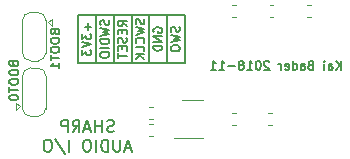
<source format=gbo>
G04 #@! TF.GenerationSoftware,KiCad,Pcbnew,5.0.1-33cea8e~68~ubuntu18.04.1*
G04 #@! TF.CreationDate,2018-11-08T21:15:48+01:00*
G04 #@! TF.ProjectId,audio_interface,617564696F5F696E746572666163652E,rev?*
G04 #@! TF.SameCoordinates,Original*
G04 #@! TF.FileFunction,Legend,Bot*
G04 #@! TF.FilePolarity,Positive*
%FSLAX46Y46*%
G04 Gerber Fmt 4.6, Leading zero omitted, Abs format (unit mm)*
G04 Created by KiCad (PCBNEW 5.0.1-33cea8e~68~ubuntu18.04.1) date Do 08 Nov 2018 21:15:48 CET*
%MOMM*%
%LPD*%
G01*
G04 APERTURE LIST*
%ADD10C,0.150000*%
%ADD11C,0.120000*%
G04 APERTURE END LIST*
D10*
X162500000Y-103589285D02*
X162500000Y-102839285D01*
X162071428Y-103589285D02*
X162392857Y-103160714D01*
X162071428Y-102839285D02*
X162500000Y-103267857D01*
X161428571Y-103589285D02*
X161428571Y-103196428D01*
X161464285Y-103125000D01*
X161535714Y-103089285D01*
X161678571Y-103089285D01*
X161750000Y-103125000D01*
X161428571Y-103553571D02*
X161500000Y-103589285D01*
X161678571Y-103589285D01*
X161750000Y-103553571D01*
X161785714Y-103482142D01*
X161785714Y-103410714D01*
X161750000Y-103339285D01*
X161678571Y-103303571D01*
X161500000Y-103303571D01*
X161428571Y-103267857D01*
X161071428Y-103589285D02*
X161071428Y-103089285D01*
X161071428Y-102839285D02*
X161107142Y-102875000D01*
X161071428Y-102910714D01*
X161035714Y-102875000D01*
X161071428Y-102839285D01*
X161071428Y-102910714D01*
X159892857Y-103196428D02*
X159785714Y-103232142D01*
X159750000Y-103267857D01*
X159714285Y-103339285D01*
X159714285Y-103446428D01*
X159750000Y-103517857D01*
X159785714Y-103553571D01*
X159857142Y-103589285D01*
X160142857Y-103589285D01*
X160142857Y-102839285D01*
X159892857Y-102839285D01*
X159821428Y-102875000D01*
X159785714Y-102910714D01*
X159750000Y-102982142D01*
X159750000Y-103053571D01*
X159785714Y-103125000D01*
X159821428Y-103160714D01*
X159892857Y-103196428D01*
X160142857Y-103196428D01*
X159071428Y-103589285D02*
X159071428Y-103196428D01*
X159107142Y-103125000D01*
X159178571Y-103089285D01*
X159321428Y-103089285D01*
X159392857Y-103125000D01*
X159071428Y-103553571D02*
X159142857Y-103589285D01*
X159321428Y-103589285D01*
X159392857Y-103553571D01*
X159428571Y-103482142D01*
X159428571Y-103410714D01*
X159392857Y-103339285D01*
X159321428Y-103303571D01*
X159142857Y-103303571D01*
X159071428Y-103267857D01*
X158392857Y-103589285D02*
X158392857Y-102839285D01*
X158392857Y-103553571D02*
X158464285Y-103589285D01*
X158607142Y-103589285D01*
X158678571Y-103553571D01*
X158714285Y-103517857D01*
X158750000Y-103446428D01*
X158750000Y-103232142D01*
X158714285Y-103160714D01*
X158678571Y-103125000D01*
X158607142Y-103089285D01*
X158464285Y-103089285D01*
X158392857Y-103125000D01*
X157750000Y-103553571D02*
X157821428Y-103589285D01*
X157964285Y-103589285D01*
X158035714Y-103553571D01*
X158071428Y-103482142D01*
X158071428Y-103196428D01*
X158035714Y-103125000D01*
X157964285Y-103089285D01*
X157821428Y-103089285D01*
X157750000Y-103125000D01*
X157714285Y-103196428D01*
X157714285Y-103267857D01*
X158071428Y-103339285D01*
X157392857Y-103589285D02*
X157392857Y-103089285D01*
X157392857Y-103232142D02*
X157357142Y-103160714D01*
X157321428Y-103125000D01*
X157250000Y-103089285D01*
X157178571Y-103089285D01*
X156392857Y-102910714D02*
X156357142Y-102875000D01*
X156285714Y-102839285D01*
X156107142Y-102839285D01*
X156035714Y-102875000D01*
X156000000Y-102910714D01*
X155964285Y-102982142D01*
X155964285Y-103053571D01*
X156000000Y-103160714D01*
X156428571Y-103589285D01*
X155964285Y-103589285D01*
X155500000Y-102839285D02*
X155428571Y-102839285D01*
X155357142Y-102875000D01*
X155321428Y-102910714D01*
X155285714Y-102982142D01*
X155250000Y-103125000D01*
X155250000Y-103303571D01*
X155285714Y-103446428D01*
X155321428Y-103517857D01*
X155357142Y-103553571D01*
X155428571Y-103589285D01*
X155500000Y-103589285D01*
X155571428Y-103553571D01*
X155607142Y-103517857D01*
X155642857Y-103446428D01*
X155678571Y-103303571D01*
X155678571Y-103125000D01*
X155642857Y-102982142D01*
X155607142Y-102910714D01*
X155571428Y-102875000D01*
X155500000Y-102839285D01*
X154535714Y-103589285D02*
X154964285Y-103589285D01*
X154750000Y-103589285D02*
X154750000Y-102839285D01*
X154821428Y-102946428D01*
X154892857Y-103017857D01*
X154964285Y-103053571D01*
X154107142Y-103160714D02*
X154178571Y-103125000D01*
X154214285Y-103089285D01*
X154250000Y-103017857D01*
X154250000Y-102982142D01*
X154214285Y-102910714D01*
X154178571Y-102875000D01*
X154107142Y-102839285D01*
X153964285Y-102839285D01*
X153892857Y-102875000D01*
X153857142Y-102910714D01*
X153821428Y-102982142D01*
X153821428Y-103017857D01*
X153857142Y-103089285D01*
X153892857Y-103125000D01*
X153964285Y-103160714D01*
X154107142Y-103160714D01*
X154178571Y-103196428D01*
X154214285Y-103232142D01*
X154250000Y-103303571D01*
X154250000Y-103446428D01*
X154214285Y-103517857D01*
X154178571Y-103553571D01*
X154107142Y-103589285D01*
X153964285Y-103589285D01*
X153892857Y-103553571D01*
X153857142Y-103517857D01*
X153821428Y-103446428D01*
X153821428Y-103303571D01*
X153857142Y-103232142D01*
X153892857Y-103196428D01*
X153964285Y-103160714D01*
X153500000Y-103303571D02*
X152928571Y-103303571D01*
X152178571Y-103589285D02*
X152607142Y-103589285D01*
X152392857Y-103589285D02*
X152392857Y-102839285D01*
X152464285Y-102946428D01*
X152535714Y-103017857D01*
X152607142Y-103053571D01*
X151464285Y-103589285D02*
X151892857Y-103589285D01*
X151678571Y-103589285D02*
X151678571Y-102839285D01*
X151750000Y-102946428D01*
X151821428Y-103017857D01*
X151892857Y-103053571D01*
X143238095Y-108829761D02*
X143095238Y-108877380D01*
X142857142Y-108877380D01*
X142761904Y-108829761D01*
X142714285Y-108782142D01*
X142666666Y-108686904D01*
X142666666Y-108591666D01*
X142714285Y-108496428D01*
X142761904Y-108448809D01*
X142857142Y-108401190D01*
X143047619Y-108353571D01*
X143142857Y-108305952D01*
X143190476Y-108258333D01*
X143238095Y-108163095D01*
X143238095Y-108067857D01*
X143190476Y-107972619D01*
X143142857Y-107925000D01*
X143047619Y-107877380D01*
X142809523Y-107877380D01*
X142666666Y-107925000D01*
X142238095Y-108877380D02*
X142238095Y-107877380D01*
X142238095Y-108353571D02*
X141666666Y-108353571D01*
X141666666Y-108877380D02*
X141666666Y-107877380D01*
X141238095Y-108591666D02*
X140761904Y-108591666D01*
X141333333Y-108877380D02*
X141000000Y-107877380D01*
X140666666Y-108877380D01*
X139761904Y-108877380D02*
X140095238Y-108401190D01*
X140333333Y-108877380D02*
X140333333Y-107877380D01*
X139952380Y-107877380D01*
X139857142Y-107925000D01*
X139809523Y-107972619D01*
X139761904Y-108067857D01*
X139761904Y-108210714D01*
X139809523Y-108305952D01*
X139857142Y-108353571D01*
X139952380Y-108401190D01*
X140333333Y-108401190D01*
X139333333Y-108877380D02*
X139333333Y-107877380D01*
X138952380Y-107877380D01*
X138857142Y-107925000D01*
X138809523Y-107972619D01*
X138761904Y-108067857D01*
X138761904Y-108210714D01*
X138809523Y-108305952D01*
X138857142Y-108353571D01*
X138952380Y-108401190D01*
X139333333Y-108401190D01*
X144690476Y-110241666D02*
X144214285Y-110241666D01*
X144785714Y-110527380D02*
X144452380Y-109527380D01*
X144119047Y-110527380D01*
X143785714Y-109527380D02*
X143785714Y-110336904D01*
X143738095Y-110432142D01*
X143690476Y-110479761D01*
X143595238Y-110527380D01*
X143404761Y-110527380D01*
X143309523Y-110479761D01*
X143261904Y-110432142D01*
X143214285Y-110336904D01*
X143214285Y-109527380D01*
X142738095Y-110527380D02*
X142738095Y-109527380D01*
X142500000Y-109527380D01*
X142357142Y-109575000D01*
X142261904Y-109670238D01*
X142214285Y-109765476D01*
X142166666Y-109955952D01*
X142166666Y-110098809D01*
X142214285Y-110289285D01*
X142261904Y-110384523D01*
X142357142Y-110479761D01*
X142500000Y-110527380D01*
X142738095Y-110527380D01*
X141738095Y-110527380D02*
X141738095Y-109527380D01*
X141071428Y-109527380D02*
X140880952Y-109527380D01*
X140785714Y-109575000D01*
X140690476Y-109670238D01*
X140642857Y-109860714D01*
X140642857Y-110194047D01*
X140690476Y-110384523D01*
X140785714Y-110479761D01*
X140880952Y-110527380D01*
X141071428Y-110527380D01*
X141166666Y-110479761D01*
X141261904Y-110384523D01*
X141309523Y-110194047D01*
X141309523Y-109860714D01*
X141261904Y-109670238D01*
X141166666Y-109575000D01*
X141071428Y-109527380D01*
X139452380Y-110527380D02*
X139452380Y-109527380D01*
X138261904Y-109479761D02*
X139119047Y-110765476D01*
X137738095Y-109527380D02*
X137547619Y-109527380D01*
X137452380Y-109575000D01*
X137357142Y-109670238D01*
X137309523Y-109860714D01*
X137309523Y-110194047D01*
X137357142Y-110384523D01*
X137452380Y-110479761D01*
X137547619Y-110527380D01*
X137738095Y-110527380D01*
X137833333Y-110479761D01*
X137928571Y-110384523D01*
X137976190Y-110194047D01*
X137976190Y-109860714D01*
X137928571Y-109670238D01*
X137833333Y-109575000D01*
X137738095Y-109527380D01*
X147750000Y-99000000D02*
X147750000Y-103000000D01*
X146250000Y-99000000D02*
X146250000Y-103000000D01*
X144750000Y-99000000D02*
X144750000Y-103000000D01*
X143250000Y-99000000D02*
X143250000Y-103000000D01*
X141750000Y-99000000D02*
X141750000Y-103000000D01*
X149250000Y-99000000D02*
X149250000Y-103000000D01*
X140250000Y-99000000D02*
X149250000Y-99000000D01*
X140250000Y-103000000D02*
X140250000Y-99000000D01*
X149250000Y-103000000D02*
X140250000Y-103000000D01*
X146625000Y-100428571D02*
X146589285Y-100357142D01*
X146589285Y-100250000D01*
X146625000Y-100142857D01*
X146696428Y-100071428D01*
X146767857Y-100035714D01*
X146910714Y-100000000D01*
X147017857Y-100000000D01*
X147160714Y-100035714D01*
X147232142Y-100071428D01*
X147303571Y-100142857D01*
X147339285Y-100250000D01*
X147339285Y-100321428D01*
X147303571Y-100428571D01*
X147267857Y-100464285D01*
X147017857Y-100464285D01*
X147017857Y-100321428D01*
X147339285Y-100785714D02*
X146589285Y-100785714D01*
X147339285Y-101214285D01*
X146589285Y-101214285D01*
X147339285Y-101571428D02*
X146589285Y-101571428D01*
X146589285Y-101750000D01*
X146625000Y-101857142D01*
X146696428Y-101928571D01*
X146767857Y-101964285D01*
X146910714Y-102000000D01*
X147017857Y-102000000D01*
X147160714Y-101964285D01*
X147232142Y-101928571D01*
X147303571Y-101857142D01*
X147339285Y-101750000D01*
X147339285Y-101571428D01*
X141053571Y-99678571D02*
X141053571Y-100250000D01*
X141339285Y-99964285D02*
X140767857Y-99964285D01*
X140589285Y-100535714D02*
X140589285Y-101000000D01*
X140875000Y-100750000D01*
X140875000Y-100857142D01*
X140910714Y-100928571D01*
X140946428Y-100964285D01*
X141017857Y-101000000D01*
X141196428Y-101000000D01*
X141267857Y-100964285D01*
X141303571Y-100928571D01*
X141339285Y-100857142D01*
X141339285Y-100642857D01*
X141303571Y-100571428D01*
X141267857Y-100535714D01*
X140589285Y-101214285D02*
X141339285Y-101464285D01*
X140589285Y-101714285D01*
X140589285Y-101892857D02*
X140589285Y-102357142D01*
X140875000Y-102107142D01*
X140875000Y-102214285D01*
X140910714Y-102285714D01*
X140946428Y-102321428D01*
X141017857Y-102357142D01*
X141196428Y-102357142D01*
X141267857Y-102321428D01*
X141303571Y-102285714D01*
X141339285Y-102214285D01*
X141339285Y-102000000D01*
X141303571Y-101928571D01*
X141267857Y-101892857D01*
X144339285Y-99910714D02*
X143982142Y-99660714D01*
X144339285Y-99482142D02*
X143589285Y-99482142D01*
X143589285Y-99767857D01*
X143625000Y-99839285D01*
X143660714Y-99875000D01*
X143732142Y-99910714D01*
X143839285Y-99910714D01*
X143910714Y-99875000D01*
X143946428Y-99839285D01*
X143982142Y-99767857D01*
X143982142Y-99482142D01*
X143946428Y-100232142D02*
X143946428Y-100482142D01*
X144339285Y-100589285D02*
X144339285Y-100232142D01*
X143589285Y-100232142D01*
X143589285Y-100589285D01*
X144303571Y-100875000D02*
X144339285Y-100982142D01*
X144339285Y-101160714D01*
X144303571Y-101232142D01*
X144267857Y-101267857D01*
X144196428Y-101303571D01*
X144125000Y-101303571D01*
X144053571Y-101267857D01*
X144017857Y-101232142D01*
X143982142Y-101160714D01*
X143946428Y-101017857D01*
X143910714Y-100946428D01*
X143875000Y-100910714D01*
X143803571Y-100875000D01*
X143732142Y-100875000D01*
X143660714Y-100910714D01*
X143625000Y-100946428D01*
X143589285Y-101017857D01*
X143589285Y-101196428D01*
X143625000Y-101303571D01*
X143946428Y-101625000D02*
X143946428Y-101875000D01*
X144339285Y-101982142D02*
X144339285Y-101625000D01*
X143589285Y-101625000D01*
X143589285Y-101982142D01*
X143589285Y-102196428D02*
X143589285Y-102625000D01*
X144339285Y-102410714D02*
X143589285Y-102410714D01*
X142803571Y-99410714D02*
X142839285Y-99517857D01*
X142839285Y-99696428D01*
X142803571Y-99767857D01*
X142767857Y-99803571D01*
X142696428Y-99839285D01*
X142625000Y-99839285D01*
X142553571Y-99803571D01*
X142517857Y-99767857D01*
X142482142Y-99696428D01*
X142446428Y-99553571D01*
X142410714Y-99482142D01*
X142375000Y-99446428D01*
X142303571Y-99410714D01*
X142232142Y-99410714D01*
X142160714Y-99446428D01*
X142125000Y-99482142D01*
X142089285Y-99553571D01*
X142089285Y-99732142D01*
X142125000Y-99839285D01*
X142089285Y-100089285D02*
X142839285Y-100267857D01*
X142303571Y-100410714D01*
X142839285Y-100553571D01*
X142089285Y-100732142D01*
X142839285Y-101017857D02*
X142089285Y-101017857D01*
X142089285Y-101196428D01*
X142125000Y-101303571D01*
X142196428Y-101375000D01*
X142267857Y-101410714D01*
X142410714Y-101446428D01*
X142517857Y-101446428D01*
X142660714Y-101410714D01*
X142732142Y-101375000D01*
X142803571Y-101303571D01*
X142839285Y-101196428D01*
X142839285Y-101017857D01*
X142839285Y-101767857D02*
X142089285Y-101767857D01*
X142089285Y-102267857D02*
X142089285Y-102410714D01*
X142125000Y-102482142D01*
X142196428Y-102553571D01*
X142339285Y-102589285D01*
X142589285Y-102589285D01*
X142732142Y-102553571D01*
X142803571Y-102482142D01*
X142839285Y-102410714D01*
X142839285Y-102267857D01*
X142803571Y-102196428D01*
X142732142Y-102125000D01*
X142589285Y-102089285D01*
X142339285Y-102089285D01*
X142196428Y-102125000D01*
X142125000Y-102196428D01*
X142089285Y-102267857D01*
X145803571Y-99303571D02*
X145839285Y-99410714D01*
X145839285Y-99589285D01*
X145803571Y-99660714D01*
X145767857Y-99696428D01*
X145696428Y-99732142D01*
X145625000Y-99732142D01*
X145553571Y-99696428D01*
X145517857Y-99660714D01*
X145482142Y-99589285D01*
X145446428Y-99446428D01*
X145410714Y-99375000D01*
X145375000Y-99339285D01*
X145303571Y-99303571D01*
X145232142Y-99303571D01*
X145160714Y-99339285D01*
X145125000Y-99375000D01*
X145089285Y-99446428D01*
X145089285Y-99625000D01*
X145125000Y-99732142D01*
X145089285Y-99982142D02*
X145839285Y-100160714D01*
X145303571Y-100303571D01*
X145839285Y-100446428D01*
X145089285Y-100625000D01*
X145767857Y-101339285D02*
X145803571Y-101303571D01*
X145839285Y-101196428D01*
X145839285Y-101125000D01*
X145803571Y-101017857D01*
X145732142Y-100946428D01*
X145660714Y-100910714D01*
X145517857Y-100875000D01*
X145410714Y-100875000D01*
X145267857Y-100910714D01*
X145196428Y-100946428D01*
X145125000Y-101017857D01*
X145089285Y-101125000D01*
X145089285Y-101196428D01*
X145125000Y-101303571D01*
X145160714Y-101339285D01*
X145839285Y-102017857D02*
X145839285Y-101660714D01*
X145089285Y-101660714D01*
X145839285Y-102267857D02*
X145089285Y-102267857D01*
X145839285Y-102696428D02*
X145410714Y-102375000D01*
X145089285Y-102696428D02*
X145517857Y-102267857D01*
X148803571Y-99964285D02*
X148839285Y-100071428D01*
X148839285Y-100250000D01*
X148803571Y-100321428D01*
X148767857Y-100357142D01*
X148696428Y-100392857D01*
X148625000Y-100392857D01*
X148553571Y-100357142D01*
X148517857Y-100321428D01*
X148482142Y-100250000D01*
X148446428Y-100107142D01*
X148410714Y-100035714D01*
X148375000Y-100000000D01*
X148303571Y-99964285D01*
X148232142Y-99964285D01*
X148160714Y-100000000D01*
X148125000Y-100035714D01*
X148089285Y-100107142D01*
X148089285Y-100285714D01*
X148125000Y-100392857D01*
X148089285Y-100642857D02*
X148839285Y-100821428D01*
X148303571Y-100964285D01*
X148839285Y-101107142D01*
X148089285Y-101285714D01*
X148089285Y-101714285D02*
X148089285Y-101857142D01*
X148125000Y-101928571D01*
X148196428Y-102000000D01*
X148339285Y-102035714D01*
X148589285Y-102035714D01*
X148732142Y-102000000D01*
X148803571Y-101928571D01*
X148839285Y-101857142D01*
X148839285Y-101714285D01*
X148803571Y-101642857D01*
X148732142Y-101571428D01*
X148589285Y-101535714D01*
X148339285Y-101535714D01*
X148196428Y-101571428D01*
X148125000Y-101642857D01*
X148089285Y-101714285D01*
X134746428Y-103125000D02*
X134782142Y-103232142D01*
X134817857Y-103267857D01*
X134889285Y-103303571D01*
X134996428Y-103303571D01*
X135067857Y-103267857D01*
X135103571Y-103232142D01*
X135139285Y-103160714D01*
X135139285Y-102875000D01*
X134389285Y-102875000D01*
X134389285Y-103125000D01*
X134425000Y-103196428D01*
X134460714Y-103232142D01*
X134532142Y-103267857D01*
X134603571Y-103267857D01*
X134675000Y-103232142D01*
X134710714Y-103196428D01*
X134746428Y-103125000D01*
X134746428Y-102875000D01*
X134389285Y-103767857D02*
X134389285Y-103910714D01*
X134425000Y-103982142D01*
X134496428Y-104053571D01*
X134639285Y-104089285D01*
X134889285Y-104089285D01*
X135032142Y-104053571D01*
X135103571Y-103982142D01*
X135139285Y-103910714D01*
X135139285Y-103767857D01*
X135103571Y-103696428D01*
X135032142Y-103625000D01*
X134889285Y-103589285D01*
X134639285Y-103589285D01*
X134496428Y-103625000D01*
X134425000Y-103696428D01*
X134389285Y-103767857D01*
X134389285Y-104553571D02*
X134389285Y-104696428D01*
X134425000Y-104767857D01*
X134496428Y-104839285D01*
X134639285Y-104875000D01*
X134889285Y-104875000D01*
X135032142Y-104839285D01*
X135103571Y-104767857D01*
X135139285Y-104696428D01*
X135139285Y-104553571D01*
X135103571Y-104482142D01*
X135032142Y-104410714D01*
X134889285Y-104375000D01*
X134639285Y-104375000D01*
X134496428Y-104410714D01*
X134425000Y-104482142D01*
X134389285Y-104553571D01*
X134389285Y-105089285D02*
X134389285Y-105517857D01*
X135139285Y-105303571D02*
X134389285Y-105303571D01*
X134389285Y-105910714D02*
X134389285Y-105982142D01*
X134425000Y-106053571D01*
X134460714Y-106089285D01*
X134532142Y-106125000D01*
X134675000Y-106160714D01*
X134853571Y-106160714D01*
X134996428Y-106125000D01*
X135067857Y-106089285D01*
X135103571Y-106053571D01*
X135139285Y-105982142D01*
X135139285Y-105910714D01*
X135103571Y-105839285D01*
X135067857Y-105803571D01*
X134996428Y-105767857D01*
X134853571Y-105732142D01*
X134675000Y-105732142D01*
X134532142Y-105767857D01*
X134460714Y-105803571D01*
X134425000Y-105839285D01*
X134389285Y-105910714D01*
X138246428Y-100425000D02*
X138282142Y-100532142D01*
X138317857Y-100567857D01*
X138389285Y-100603571D01*
X138496428Y-100603571D01*
X138567857Y-100567857D01*
X138603571Y-100532142D01*
X138639285Y-100460714D01*
X138639285Y-100175000D01*
X137889285Y-100175000D01*
X137889285Y-100425000D01*
X137925000Y-100496428D01*
X137960714Y-100532142D01*
X138032142Y-100567857D01*
X138103571Y-100567857D01*
X138175000Y-100532142D01*
X138210714Y-100496428D01*
X138246428Y-100425000D01*
X138246428Y-100175000D01*
X137889285Y-101067857D02*
X137889285Y-101210714D01*
X137925000Y-101282142D01*
X137996428Y-101353571D01*
X138139285Y-101389285D01*
X138389285Y-101389285D01*
X138532142Y-101353571D01*
X138603571Y-101282142D01*
X138639285Y-101210714D01*
X138639285Y-101067857D01*
X138603571Y-100996428D01*
X138532142Y-100925000D01*
X138389285Y-100889285D01*
X138139285Y-100889285D01*
X137996428Y-100925000D01*
X137925000Y-100996428D01*
X137889285Y-101067857D01*
X137889285Y-101853571D02*
X137889285Y-101996428D01*
X137925000Y-102067857D01*
X137996428Y-102139285D01*
X138139285Y-102175000D01*
X138389285Y-102175000D01*
X138532142Y-102139285D01*
X138603571Y-102067857D01*
X138639285Y-101996428D01*
X138639285Y-101853571D01*
X138603571Y-101782142D01*
X138532142Y-101710714D01*
X138389285Y-101675000D01*
X138139285Y-101675000D01*
X137996428Y-101710714D01*
X137925000Y-101782142D01*
X137889285Y-101853571D01*
X137889285Y-102389285D02*
X137889285Y-102817857D01*
X138639285Y-102603571D02*
X137889285Y-102603571D01*
X138639285Y-103460714D02*
X138639285Y-103032142D01*
X138639285Y-103246428D02*
X137889285Y-103246428D01*
X137996428Y-103175000D01*
X138067857Y-103103571D01*
X138103571Y-103032142D01*
D11*
G04 #@! TO.C,C4*
X156324721Y-108310000D02*
X156650279Y-108310000D01*
X156324721Y-107290000D02*
X156650279Y-107290000D01*
G04 #@! TO.C,C5*
X156750779Y-99110000D02*
X156425221Y-99110000D01*
X156750779Y-98090000D02*
X156425221Y-98090000D01*
G04 #@! TO.C,C6*
X159950779Y-98090000D02*
X159625221Y-98090000D01*
X159950779Y-99110000D02*
X159625221Y-99110000D01*
G04 #@! TO.C,R6*
X153224721Y-107290000D02*
X153550279Y-107290000D01*
X153224721Y-108310000D02*
X153550279Y-108310000D01*
G04 #@! TO.C,R7*
X146237221Y-109210000D02*
X146562779Y-109210000D01*
X146237221Y-108190000D02*
X146562779Y-108190000D01*
G04 #@! TO.C,R8*
X146237221Y-107810000D02*
X146562779Y-107810000D01*
X146237221Y-106790000D02*
X146562779Y-106790000D01*
G04 #@! TO.C,R9*
X153574779Y-98090000D02*
X153249221Y-98090000D01*
X153574779Y-99110000D02*
X153249221Y-99110000D01*
G04 #@! TO.C,U3*
X149000000Y-106190000D02*
X150800000Y-106190000D01*
X150800000Y-109410000D02*
X148350000Y-109410000D01*
G04 #@! TO.C,JP1*
X135300000Y-106700000D02*
X135000000Y-106400000D01*
X135000000Y-107000000D02*
X135000000Y-106400000D01*
X135300000Y-106700000D02*
X135000000Y-107000000D01*
X136200000Y-107550000D02*
X136800000Y-107550000D01*
X135500000Y-104100000D02*
X135500000Y-106900000D01*
X136800000Y-103450000D02*
X136200000Y-103450000D01*
X137500000Y-106900000D02*
X137500000Y-104100000D01*
X137500000Y-104150000D02*
G75*
G03X136800000Y-103450000I-700000J0D01*
G01*
X136200000Y-103450000D02*
G75*
G03X135500000Y-104150000I0J-700000D01*
G01*
X135500000Y-106850000D02*
G75*
G03X136200000Y-107550000I700000J0D01*
G01*
X136800000Y-107550000D02*
G75*
G03X137500000Y-106850000I0J700000D01*
G01*
G04 #@! TO.C,JP2*
X136200000Y-98750000D02*
G75*
G03X135500000Y-99450000I0J-700000D01*
G01*
X137500000Y-99450000D02*
G75*
G03X136800000Y-98750000I-700000J0D01*
G01*
X136800000Y-102850000D02*
G75*
G03X137500000Y-102150000I0J700000D01*
G01*
X135500000Y-102150000D02*
G75*
G03X136200000Y-102850000I700000J0D01*
G01*
X135500000Y-99400000D02*
X135500000Y-102200000D01*
X136200000Y-102850000D02*
X136800000Y-102850000D01*
X137500000Y-102200000D02*
X137500000Y-99400000D01*
X136800000Y-98750000D02*
X136200000Y-98750000D01*
X137700000Y-99600000D02*
X138000000Y-99300000D01*
X138000000Y-99300000D02*
X138000000Y-99900000D01*
X137700000Y-99600000D02*
X138000000Y-99900000D01*
G04 #@! TD*
M02*

</source>
